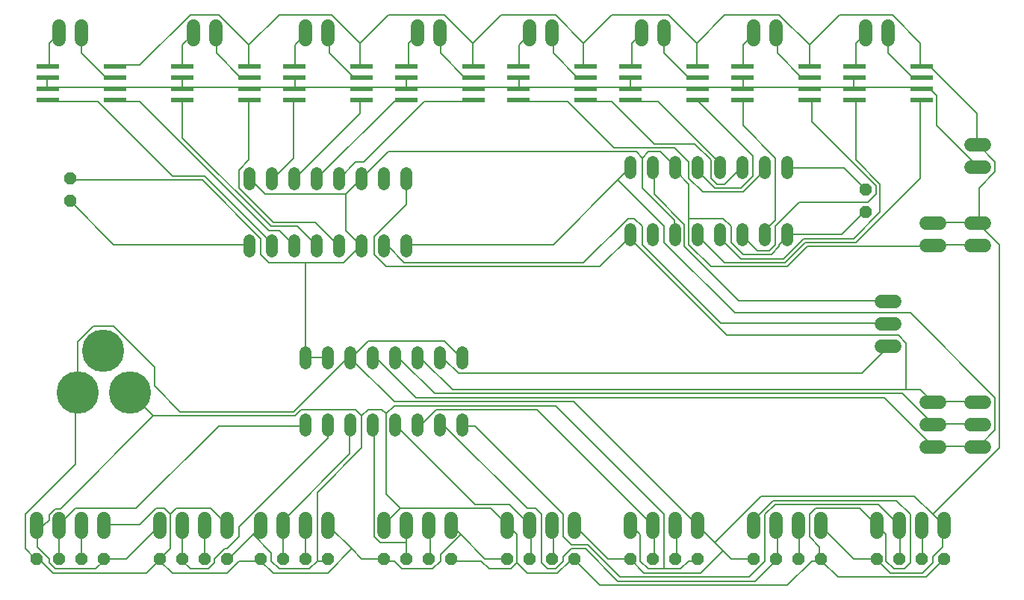
<source format=gbr>
G04 EAGLE Gerber RS-274X export*
G75*
%MOMM*%
%FSLAX34Y34*%
%LPD*%
%INTop Copper*%
%IPPOS*%
%AMOC8*
5,1,8,0,0,1.08239X$1,22.5*%
G01*
%ADD10C,1.524000*%
%ADD11P,1.429621X8X112.500000*%
%ADD12P,1.429621X8X292.500000*%
%ADD13C,1.320800*%
%ADD14P,1.429621X8X22.500000*%
%ADD15R,2.500000X0.500000*%
%ADD16C,4.800000*%
%ADD17C,0.152400*%


D10*
X1137920Y419100D02*
X1122680Y419100D01*
X1122680Y444500D02*
X1137920Y444500D01*
X1137920Y241300D02*
X1122680Y241300D01*
X1122680Y215900D02*
X1137920Y215900D01*
X1137920Y190500D02*
X1122680Y190500D01*
X1087120Y241300D02*
X1071880Y241300D01*
X1071880Y215900D02*
X1087120Y215900D01*
X1087120Y190500D02*
X1071880Y190500D01*
D11*
X1003300Y457200D03*
X1003300Y482600D03*
D12*
X101600Y495300D03*
X101600Y469900D03*
D10*
X1021080Y355600D02*
X1036320Y355600D01*
X1036320Y330200D02*
X1021080Y330200D01*
X1021080Y304800D02*
X1036320Y304800D01*
X1071880Y419100D02*
X1087120Y419100D01*
X1087120Y444500D02*
X1071880Y444500D01*
D13*
X914400Y501396D02*
X914400Y514604D01*
X889000Y514604D02*
X889000Y501396D01*
X812800Y501396D02*
X812800Y514604D01*
X787400Y514604D02*
X787400Y501396D01*
X863600Y501396D02*
X863600Y514604D01*
X838200Y514604D02*
X838200Y501396D01*
X762000Y501396D02*
X762000Y514604D01*
X736600Y514604D02*
X736600Y501396D01*
X736600Y438404D02*
X736600Y425196D01*
X762000Y425196D02*
X762000Y438404D01*
X787400Y438404D02*
X787400Y425196D01*
X812800Y425196D02*
X812800Y438404D01*
X838200Y438404D02*
X838200Y425196D01*
X863600Y425196D02*
X863600Y438404D01*
X889000Y438404D02*
X889000Y425196D01*
X914400Y425196D02*
X914400Y438404D01*
X304800Y425704D02*
X304800Y412496D01*
X330200Y412496D02*
X330200Y425704D01*
X406400Y425704D02*
X406400Y412496D01*
X431800Y412496D02*
X431800Y425704D01*
X355600Y425704D02*
X355600Y412496D01*
X381000Y412496D02*
X381000Y425704D01*
X457200Y425704D02*
X457200Y412496D01*
X482600Y412496D02*
X482600Y425704D01*
X482600Y488696D02*
X482600Y501904D01*
X457200Y501904D02*
X457200Y488696D01*
X431800Y488696D02*
X431800Y501904D01*
X406400Y501904D02*
X406400Y488696D01*
X381000Y488696D02*
X381000Y501904D01*
X355600Y501904D02*
X355600Y488696D01*
X330200Y488696D02*
X330200Y501904D01*
X304800Y501904D02*
X304800Y488696D01*
D10*
X520700Y652780D02*
X520700Y668020D01*
X495300Y668020D02*
X495300Y652780D01*
X393700Y652780D02*
X393700Y668020D01*
X368300Y668020D02*
X368300Y652780D01*
X1028700Y652780D02*
X1028700Y668020D01*
X1003300Y668020D02*
X1003300Y652780D01*
X901700Y652780D02*
X901700Y668020D01*
X876300Y668020D02*
X876300Y652780D01*
X266700Y652780D02*
X266700Y668020D01*
X241300Y668020D02*
X241300Y652780D01*
X114300Y652780D02*
X114300Y668020D01*
X88900Y668020D02*
X88900Y652780D01*
X774700Y652780D02*
X774700Y668020D01*
X749300Y668020D02*
X749300Y652780D01*
X647700Y652780D02*
X647700Y668020D01*
X622300Y668020D02*
X622300Y652780D01*
D13*
X368300Y222504D02*
X368300Y209296D01*
X393700Y209296D02*
X393700Y222504D01*
X469900Y222504D02*
X469900Y209296D01*
X495300Y209296D02*
X495300Y222504D01*
X419100Y222504D02*
X419100Y209296D01*
X444500Y209296D02*
X444500Y222504D01*
X520700Y222504D02*
X520700Y209296D01*
X546100Y209296D02*
X546100Y222504D01*
X546100Y285496D02*
X546100Y298704D01*
X520700Y298704D02*
X520700Y285496D01*
X495300Y285496D02*
X495300Y298704D01*
X469900Y298704D02*
X469900Y285496D01*
X444500Y285496D02*
X444500Y298704D01*
X419100Y298704D02*
X419100Y285496D01*
X393700Y285496D02*
X393700Y298704D01*
X368300Y298704D02*
X368300Y285496D01*
D10*
X1016000Y109220D02*
X1016000Y93980D01*
X1041400Y93980D02*
X1041400Y109220D01*
X876300Y109220D02*
X876300Y93980D01*
X901700Y93980D02*
X901700Y109220D01*
X736600Y109220D02*
X736600Y93980D01*
X762000Y93980D02*
X762000Y109220D01*
X596900Y109220D02*
X596900Y93980D01*
X622300Y93980D02*
X622300Y109220D01*
X457200Y109220D02*
X457200Y93980D01*
X482600Y93980D02*
X482600Y109220D01*
X317500Y109220D02*
X317500Y93980D01*
X342900Y93980D02*
X342900Y109220D01*
X203200Y109220D02*
X203200Y93980D01*
X228600Y93980D02*
X228600Y109220D01*
X63500Y109220D02*
X63500Y93980D01*
X88900Y93980D02*
X88900Y109220D01*
X1092200Y109220D02*
X1092200Y93980D01*
X1066800Y93980D02*
X1066800Y109220D01*
X952500Y109220D02*
X952500Y93980D01*
X927100Y93980D02*
X927100Y109220D01*
X812800Y109220D02*
X812800Y93980D01*
X787400Y93980D02*
X787400Y109220D01*
X673100Y109220D02*
X673100Y93980D01*
X647700Y93980D02*
X647700Y109220D01*
X533400Y109220D02*
X533400Y93980D01*
X508000Y93980D02*
X508000Y109220D01*
X393700Y109220D02*
X393700Y93980D01*
X368300Y93980D02*
X368300Y109220D01*
X279400Y109220D02*
X279400Y93980D01*
X254000Y93980D02*
X254000Y109220D01*
X139700Y109220D02*
X139700Y93980D01*
X114300Y93980D02*
X114300Y109220D01*
D14*
X1016000Y63500D03*
X1041400Y63500D03*
X508000Y63500D03*
X533400Y63500D03*
X317500Y63500D03*
X342900Y63500D03*
X368300Y63500D03*
X393700Y63500D03*
X203200Y63500D03*
X228600Y63500D03*
X254000Y63500D03*
X279400Y63500D03*
X63500Y63500D03*
X88900Y63500D03*
X114300Y63500D03*
X139700Y63500D03*
X1066800Y63500D03*
X1092200Y63500D03*
X876300Y63500D03*
X901700Y63500D03*
X927100Y63500D03*
X952500Y63500D03*
X736600Y63500D03*
X762000Y63500D03*
X787400Y63500D03*
X812800Y63500D03*
X596900Y63500D03*
X622300Y63500D03*
X647700Y63500D03*
X673100Y63500D03*
X457200Y63500D03*
X482600Y63500D03*
D10*
X1122680Y508000D02*
X1137920Y508000D01*
X1137920Y533400D02*
X1122680Y533400D01*
D15*
X482600Y622300D03*
X482600Y609600D03*
X482600Y596900D03*
X482600Y584200D03*
X558700Y622300D03*
X558700Y609600D03*
X558700Y596900D03*
X558700Y584200D03*
X355600Y622300D03*
X355600Y609600D03*
X355600Y596900D03*
X355600Y584200D03*
X431700Y622300D03*
X431700Y609600D03*
X431700Y596900D03*
X431700Y584200D03*
X990600Y622300D03*
X990600Y609600D03*
X990600Y596900D03*
X990600Y584200D03*
X1066700Y622300D03*
X1066700Y609600D03*
X1066700Y596900D03*
X1066700Y584200D03*
X863600Y622300D03*
X863600Y609600D03*
X863600Y596900D03*
X863600Y584200D03*
X939700Y622300D03*
X939700Y609600D03*
X939700Y596900D03*
X939700Y584200D03*
X228600Y622300D03*
X228600Y609600D03*
X228600Y596900D03*
X228600Y584200D03*
X304700Y622300D03*
X304700Y609600D03*
X304700Y596900D03*
X304700Y584200D03*
X76200Y622300D03*
X76200Y609600D03*
X76200Y596900D03*
X76200Y584200D03*
X152300Y622300D03*
X152300Y609600D03*
X152300Y596900D03*
X152300Y584200D03*
X736600Y622300D03*
X736600Y609600D03*
X736600Y596900D03*
X736600Y584200D03*
X812700Y622300D03*
X812700Y609600D03*
X812700Y596900D03*
X812700Y584200D03*
X609600Y622300D03*
X609600Y609600D03*
X609600Y596900D03*
X609600Y584200D03*
X685700Y622300D03*
X685700Y609600D03*
X685700Y596900D03*
X685700Y584200D03*
D16*
X139100Y300000D03*
X169100Y253000D03*
X110100Y253000D03*
D17*
X502920Y582930D02*
X557784Y582930D01*
X502920Y582930D02*
X434340Y514350D01*
X425196Y514350D01*
X406908Y496062D01*
X557784Y582930D02*
X558700Y584200D01*
X406908Y496062D02*
X406400Y495300D01*
X468630Y582930D02*
X482346Y582930D01*
X468630Y582930D02*
X381000Y495300D01*
X482346Y582930D02*
X482600Y584200D01*
X354330Y582930D02*
X354330Y518922D01*
X331470Y496062D01*
X354330Y582930D02*
X355600Y584200D01*
X331470Y496062D02*
X330200Y495300D01*
X1065276Y496062D02*
X1065276Y582930D01*
X1065276Y496062D02*
X992124Y422910D01*
X934974Y422910D01*
X912114Y400050D01*
X843534Y400050D01*
X813816Y429768D01*
X1065276Y582930D02*
X1066700Y584200D01*
X812800Y431800D02*
X813816Y429768D01*
X941832Y560070D02*
X941832Y582930D01*
X941832Y560070D02*
X1014984Y486918D01*
X1014984Y477774D01*
X1005840Y468630D01*
X928116Y468630D01*
X900684Y441198D01*
X900684Y420624D01*
X893826Y413766D01*
X880110Y413766D01*
X864108Y429768D01*
X941832Y582930D02*
X939700Y584200D01*
X863600Y431800D02*
X864108Y429768D01*
X864108Y555498D02*
X864108Y582930D01*
X864108Y555498D02*
X900684Y518922D01*
X900684Y448056D01*
X889254Y436626D01*
X889254Y432054D01*
X864108Y582930D02*
X863600Y584200D01*
X889254Y432054D02*
X889000Y431800D01*
X304038Y516636D02*
X304038Y582930D01*
X304038Y516636D02*
X292608Y505206D01*
X292608Y484632D01*
X331470Y445770D01*
X379476Y445770D01*
X404622Y420624D01*
X304038Y582930D02*
X304700Y584200D01*
X404622Y420624D02*
X406400Y419100D01*
X228600Y541782D02*
X228600Y584200D01*
X228600Y541782D02*
X329184Y441198D01*
X358902Y441198D01*
X381000Y419100D01*
X180594Y582930D02*
X153162Y582930D01*
X180594Y582930D02*
X326898Y436626D01*
X338328Y436626D01*
X354330Y420624D01*
X153162Y582930D02*
X152300Y584200D01*
X354330Y420624D02*
X355600Y419100D01*
X132588Y582930D02*
X77724Y582930D01*
X132588Y582930D02*
X217170Y498348D01*
X253746Y498348D01*
X331470Y420624D01*
X77724Y582930D02*
X76200Y584200D01*
X330200Y419100D02*
X331470Y420624D01*
X738378Y582930D02*
X768096Y582930D01*
X836676Y514350D01*
X836676Y509778D01*
X738378Y582930D02*
X736600Y584200D01*
X836676Y509778D02*
X838200Y508000D01*
X715518Y582930D02*
X685800Y582930D01*
X715518Y582930D02*
X763524Y534924D01*
X809244Y534924D01*
X827532Y516636D01*
X827532Y496062D01*
X834390Y489204D01*
X843534Y489204D01*
X861822Y507492D01*
X685800Y582930D02*
X685700Y584200D01*
X861822Y507492D02*
X863600Y508000D01*
X665226Y582930D02*
X610362Y582930D01*
X665226Y582930D02*
X717804Y530352D01*
X786384Y530352D01*
X802386Y514350D01*
X802386Y496062D01*
X818388Y480060D01*
X864108Y480060D01*
X886968Y502920D01*
X886968Y507492D01*
X610362Y582930D02*
X609600Y584200D01*
X886968Y507492D02*
X889000Y508000D01*
X304038Y420624D02*
X150876Y420624D01*
X101600Y469900D01*
X304038Y420624D02*
X304800Y419100D01*
X914400Y507492D02*
X978408Y507492D01*
X1003300Y482600D01*
X914400Y507492D02*
X914400Y508000D01*
X649224Y420624D02*
X484632Y420624D01*
X722376Y493776D02*
X736600Y508000D01*
X722376Y493776D02*
X649224Y420624D01*
X484632Y420624D02*
X482600Y419100D01*
X450342Y290322D02*
X445770Y290322D01*
X450342Y290322D02*
X493776Y246888D01*
X1024128Y246888D01*
X1078992Y192024D01*
X445770Y290322D02*
X444500Y292100D01*
X1078992Y192024D02*
X1079500Y190500D01*
X1081278Y192024D02*
X1129284Y192024D01*
X1130300Y190500D01*
X1081278Y192024D02*
X1079500Y190500D01*
X774954Y441198D02*
X722376Y493776D01*
X774954Y441198D02*
X774954Y422910D01*
X854964Y342900D01*
X1053846Y342900D01*
X1149858Y246888D01*
X1149858Y210312D01*
X1131570Y192024D01*
X1130300Y190500D01*
X763524Y477774D02*
X763524Y507492D01*
X763524Y477774D02*
X797814Y443484D01*
X797814Y418338D01*
X859536Y356616D01*
X1028700Y356616D01*
X763524Y507492D02*
X762000Y508000D01*
X1028700Y356616D02*
X1028700Y355600D01*
X461772Y418338D02*
X457200Y418338D01*
X461772Y418338D02*
X480060Y400050D01*
X683514Y400050D01*
X733806Y450342D01*
X740664Y450342D01*
X749808Y441198D01*
X749808Y420624D01*
X838962Y331470D01*
X1028700Y331470D01*
X457200Y418338D02*
X457200Y419100D01*
X1028700Y331470D02*
X1028700Y330200D01*
X475488Y290322D02*
X470916Y290322D01*
X475488Y290322D02*
X514350Y251460D01*
X1044702Y251460D01*
X1078992Y217170D01*
X470916Y290322D02*
X469900Y292100D01*
X1078992Y217170D02*
X1079500Y215900D01*
X1081278Y217170D02*
X1129284Y217170D01*
X1130300Y215900D01*
X1081278Y217170D02*
X1079500Y215900D01*
X114300Y101600D02*
X114300Y63500D01*
X253746Y64008D02*
X253746Y100584D01*
X253746Y64008D02*
X254000Y63500D01*
X253746Y100584D02*
X254000Y101600D01*
X368046Y100584D02*
X368046Y64008D01*
X368300Y63500D01*
X368046Y100584D02*
X368300Y101600D01*
X509778Y100584D02*
X509778Y64008D01*
X508000Y63500D01*
X509778Y100584D02*
X508000Y101600D01*
X649224Y100584D02*
X649224Y64008D01*
X647700Y63500D01*
X649224Y100584D02*
X647700Y101600D01*
X788670Y100584D02*
X788670Y64008D01*
X787400Y63500D01*
X788670Y100584D02*
X787400Y101600D01*
X928116Y100584D02*
X928116Y64008D01*
X927100Y63500D01*
X928116Y100584D02*
X927100Y101600D01*
X1067562Y100584D02*
X1067562Y64008D01*
X1066800Y63500D01*
X1067562Y100584D02*
X1066800Y101600D01*
X1042416Y100584D02*
X1042416Y64008D01*
X1041400Y63500D01*
X1042416Y100584D02*
X1041400Y101600D01*
X560070Y214884D02*
X546354Y214884D01*
X560070Y214884D02*
X660654Y114300D01*
X660654Y89154D01*
X669798Y80010D01*
X688086Y80010D01*
X724662Y43434D01*
X870966Y43434D01*
X889254Y61722D01*
X889254Y114300D01*
X900684Y125730D01*
X1017270Y125730D01*
X1041400Y101600D01*
X546354Y214884D02*
X546100Y215900D01*
X525780Y214884D02*
X521208Y214884D01*
X525780Y214884D02*
X619506Y121158D01*
X628650Y121158D01*
X635508Y114300D01*
X635508Y59436D01*
X642366Y52578D01*
X651510Y52578D01*
X660654Y61722D01*
X660654Y66294D01*
X669798Y75438D01*
X685800Y75438D01*
X722376Y38862D01*
X877824Y38862D01*
X900684Y61722D01*
X521208Y214884D02*
X520700Y215900D01*
X900684Y61722D02*
X901700Y63500D01*
X902970Y64008D02*
X902970Y100584D01*
X901700Y101600D01*
X902970Y64008D02*
X901700Y63500D01*
X763524Y64008D02*
X763524Y100584D01*
X763524Y64008D02*
X762000Y63500D01*
X763524Y100584D02*
X762000Y101600D01*
X500634Y217170D02*
X496062Y217170D01*
X500634Y217170D02*
X516636Y233172D01*
X630936Y233172D01*
X761238Y102870D01*
X496062Y217170D02*
X495300Y215900D01*
X761238Y102870D02*
X762000Y101600D01*
X560070Y125730D02*
X469900Y215900D01*
X560070Y125730D02*
X598932Y125730D01*
X621792Y102870D01*
X622300Y101600D01*
X624078Y100584D02*
X624078Y64008D01*
X622300Y63500D01*
X624078Y100584D02*
X622300Y101600D01*
X482346Y100584D02*
X482346Y82296D01*
X482346Y64008D01*
X482600Y63500D01*
X482346Y100584D02*
X482600Y101600D01*
X445770Y89154D02*
X445770Y214884D01*
X445770Y89154D02*
X452628Y82296D01*
X482346Y82296D01*
X445770Y214884D02*
X444500Y215900D01*
X342900Y101600D02*
X342900Y63500D01*
X418338Y182880D02*
X418338Y214884D01*
X418338Y182880D02*
X342900Y107442D01*
X342900Y101600D01*
X418338Y214884D02*
X419100Y215900D01*
X228600Y101600D02*
X228600Y63500D01*
X393192Y201168D02*
X393192Y214884D01*
X393192Y201168D02*
X292608Y100584D01*
X292608Y89154D01*
X278892Y75438D01*
X276606Y75438D01*
X265176Y64008D01*
X265176Y59436D01*
X258318Y52578D01*
X237744Y52578D01*
X228600Y61722D01*
X393192Y214884D02*
X393700Y215900D01*
X228600Y63500D02*
X228600Y61722D01*
X89154Y64008D02*
X89154Y100584D01*
X89154Y64008D02*
X88900Y63500D01*
X89154Y100584D02*
X88900Y101600D01*
X269748Y214884D02*
X368046Y214884D01*
X269748Y214884D02*
X176022Y121158D01*
X107442Y121158D01*
X89154Y102870D01*
X368046Y214884D02*
X368300Y215900D01*
X89154Y102870D02*
X88900Y101600D01*
X141732Y64008D02*
X164592Y64008D01*
X201168Y100584D01*
X141732Y64008D02*
X139700Y63500D01*
X201168Y100584D02*
X203200Y101600D01*
X64008Y100584D02*
X64008Y77724D01*
X77724Y64008D01*
X77724Y59436D01*
X84582Y52578D01*
X130302Y52578D01*
X139446Y61722D01*
X64008Y100584D02*
X63500Y101600D01*
X139700Y63500D02*
X139446Y61722D01*
X64008Y102870D02*
X64008Y112014D01*
X64008Y102870D02*
X63500Y101600D01*
X950976Y77724D02*
X950976Y64008D01*
X950976Y77724D02*
X939546Y89154D01*
X939546Y114300D01*
X946404Y121158D01*
X996696Y121158D01*
X1014984Y102870D01*
X952500Y63500D02*
X950976Y64008D01*
X1014984Y102870D02*
X1016000Y101600D01*
X1072134Y43434D02*
X1092200Y63500D01*
X1072134Y43434D02*
X971550Y43434D01*
X953262Y61722D01*
X952500Y63500D01*
X877824Y102870D02*
X877824Y109728D01*
X898398Y130302D01*
X1037844Y130302D01*
X1053846Y114300D01*
X1053846Y59436D01*
X1046988Y52578D01*
X1035558Y52578D01*
X1026414Y61722D01*
X1026414Y91440D01*
X1017270Y100584D01*
X877824Y102870D02*
X876300Y101600D01*
X1016000Y101600D02*
X1017270Y100584D01*
X317754Y100584D02*
X308610Y91440D01*
X281178Y64008D01*
X279400Y63500D01*
X317754Y100584D02*
X317500Y101600D01*
X381762Y61722D02*
X393192Y61722D01*
X381762Y61722D02*
X372618Y52578D01*
X338328Y52578D01*
X329184Y61722D01*
X329184Y70866D01*
X308610Y91440D01*
X393700Y63500D02*
X393192Y61722D01*
X802386Y61722D02*
X811530Y61722D01*
X802386Y61722D02*
X793242Y52578D01*
X774954Y52578D02*
X756666Y52578D01*
X774954Y52578D02*
X793242Y52578D01*
X756666Y52578D02*
X747522Y61722D01*
X747522Y91440D01*
X738378Y100584D01*
X811530Y61722D02*
X812800Y63500D01*
X738378Y100584D02*
X736600Y101600D01*
X566928Y61722D02*
X534924Y61722D01*
X566928Y61722D02*
X576072Y52578D01*
X601218Y52578D01*
X608076Y59436D01*
X608076Y91440D01*
X598932Y100584D01*
X534924Y61722D02*
X533400Y63500D01*
X596900Y101600D02*
X598932Y100584D01*
X667512Y61722D02*
X672084Y61722D01*
X667512Y61722D02*
X653796Y48006D01*
X619506Y48006D01*
X608076Y59436D01*
X672084Y61722D02*
X673100Y63500D01*
X475488Y121158D02*
X457200Y102870D01*
X475488Y121158D02*
X578358Y121158D01*
X596646Y102870D01*
X457200Y102870D02*
X457200Y101600D01*
X596646Y102870D02*
X596900Y101600D01*
X774954Y114300D02*
X774954Y52578D01*
X774954Y114300D02*
X651510Y237744D01*
X468630Y237744D01*
X459486Y228600D01*
X459486Y137160D01*
X475488Y121158D01*
X381762Y139446D02*
X381762Y61722D01*
X381762Y139446D02*
X432054Y189738D01*
X432054Y226314D01*
X438912Y233172D01*
X454914Y233172D01*
X459486Y228600D01*
X941832Y61722D02*
X950976Y61722D01*
X941832Y61722D02*
X914400Y34290D01*
X701802Y34290D01*
X674370Y61722D01*
X950976Y61722D02*
X952500Y63500D01*
X674370Y61722D02*
X673100Y63500D01*
X363474Y233172D02*
X356616Y226314D01*
X363474Y233172D02*
X425196Y233172D01*
X432054Y226314D01*
X356616Y226314D02*
X195786Y226314D01*
X66386Y102870D02*
X64008Y102870D01*
X195786Y226314D02*
X169100Y253000D01*
X71072Y101600D02*
X63500Y101600D01*
X90122Y120650D02*
X195786Y226314D01*
X90122Y120650D02*
X84166Y120650D01*
X77470Y113955D01*
X77470Y107998D01*
X71072Y101600D01*
X914400Y432054D02*
X976122Y432054D01*
X1001268Y457200D01*
X914400Y432054D02*
X914400Y431800D01*
X1001268Y457200D02*
X1003300Y457200D01*
X1081024Y420624D02*
X1129284Y420624D01*
X1081024Y420624D02*
X1079500Y419100D01*
X1129284Y420624D02*
X1130300Y419100D01*
X786384Y432054D02*
X786384Y448056D01*
X749808Y484632D01*
X749808Y518922D01*
X756666Y525780D01*
X770382Y525780D01*
X786384Y509778D01*
X786384Y432054D02*
X787400Y431800D01*
X787400Y508000D02*
X786384Y509778D01*
X937260Y418338D02*
X1078738Y418338D01*
X937260Y418338D02*
X914400Y395478D01*
X827532Y395478D01*
X802386Y420624D01*
X802386Y450342D02*
X802386Y489204D01*
X802386Y450342D02*
X802386Y420624D01*
X802386Y489204D02*
X788670Y502920D01*
X788670Y507492D01*
X1078738Y418338D02*
X1079500Y419100D01*
X788670Y507492D02*
X787400Y508000D01*
X905256Y420624D02*
X914400Y429768D01*
X905256Y420624D02*
X905256Y418338D01*
X896112Y409194D01*
X864108Y409194D01*
X850392Y422910D01*
X850392Y441198D01*
X841248Y450342D01*
X802386Y450342D01*
X914400Y431800D02*
X914400Y429768D01*
X322326Y477774D02*
X304800Y495300D01*
X322326Y477774D02*
X413766Y477774D01*
X429768Y493776D01*
X431800Y495300D01*
X393192Y292608D02*
X370332Y292608D01*
X368300Y292100D01*
X393192Y292608D02*
X393700Y292100D01*
X251460Y493776D02*
X102870Y493776D01*
X251460Y493776D02*
X317754Y427482D01*
X317754Y409194D01*
X326898Y400050D01*
X368046Y400050D02*
X411480Y400050D01*
X368046Y400050D02*
X326898Y400050D01*
X411480Y400050D02*
X429768Y418338D01*
X102870Y493776D02*
X101600Y495300D01*
X429768Y418338D02*
X431800Y419100D01*
X368046Y400050D02*
X368046Y292608D01*
X368300Y292100D01*
X413766Y436626D02*
X413766Y477774D01*
X413766Y436626D02*
X429768Y420624D01*
X431800Y419100D01*
X742950Y525780D02*
X749808Y518922D01*
X742950Y525780D02*
X461772Y525780D01*
X432054Y496062D01*
X431800Y495300D01*
X521208Y290322D02*
X525780Y290322D01*
X541782Y274320D01*
X998982Y274320D01*
X1028700Y304038D01*
X521208Y290322D02*
X520700Y292100D01*
X1028700Y304038D02*
X1028700Y304800D01*
X484632Y624078D02*
X484632Y649224D01*
X493776Y658368D01*
X484632Y624078D02*
X482600Y622300D01*
X493776Y658368D02*
X495300Y660400D01*
X548640Y610362D02*
X557784Y610362D01*
X548640Y610362D02*
X521208Y637794D01*
X521208Y658368D01*
X557784Y610362D02*
X558700Y609600D01*
X521208Y658368D02*
X520700Y660400D01*
X429768Y610362D02*
X422910Y610362D01*
X395478Y637794D01*
X395478Y658368D01*
X429768Y610362D02*
X431700Y609600D01*
X395478Y658368D02*
X393700Y660400D01*
X356616Y646938D02*
X356616Y624078D01*
X356616Y646938D02*
X368046Y658368D01*
X356616Y624078D02*
X355600Y622300D01*
X368046Y658368D02*
X368300Y660400D01*
X992124Y582930D02*
X992124Y516636D01*
X1019556Y489204D01*
X1019556Y457200D01*
X989838Y427482D01*
X932688Y427482D01*
X909828Y404622D01*
X861822Y404622D01*
X836676Y429768D01*
X990600Y584200D02*
X992124Y582930D01*
X838200Y431800D02*
X836676Y429768D01*
X1056132Y610362D02*
X1065276Y610362D01*
X1056132Y610362D02*
X1028700Y637794D01*
X1028700Y660400D01*
X1065276Y610362D02*
X1066700Y609600D01*
X992124Y624078D02*
X992124Y649224D01*
X1003300Y660400D01*
X992124Y624078D02*
X990600Y622300D01*
X939546Y610362D02*
X930402Y610362D01*
X902970Y637794D01*
X902970Y658368D01*
X939546Y610362D02*
X939700Y609600D01*
X902970Y658368D02*
X901700Y660400D01*
X864108Y646938D02*
X864108Y624078D01*
X864108Y646938D02*
X875538Y658368D01*
X864108Y624078D02*
X863600Y622300D01*
X875538Y658368D02*
X876300Y660400D01*
X482346Y493776D02*
X482346Y466344D01*
X445770Y429768D01*
X445770Y409194D01*
X459486Y395478D01*
X701802Y395478D01*
X736092Y429768D01*
X482346Y493776D02*
X482600Y495300D01*
X736600Y431800D02*
X736092Y429768D01*
X500634Y290322D02*
X496062Y290322D01*
X500634Y290322D02*
X534924Y256032D01*
X1049274Y256032D02*
X1065276Y256032D01*
X1049274Y256032D02*
X534924Y256032D01*
X1065276Y256032D02*
X1078992Y242316D01*
X496062Y290322D02*
X495300Y292100D01*
X1078992Y242316D02*
X1079500Y241300D01*
X1081278Y242316D02*
X1129284Y242316D01*
X1130300Y241300D01*
X1081278Y242316D02*
X1079500Y241300D01*
X738378Y425196D02*
X738378Y429768D01*
X738378Y425196D02*
X845820Y317754D01*
X1040130Y317754D01*
X1049274Y308610D01*
X1049274Y256032D01*
X738378Y429768D02*
X736600Y431800D01*
X457200Y64008D02*
X432054Y64008D01*
X420624Y75438D02*
X395478Y100584D01*
X420624Y75438D02*
X432054Y64008D01*
X457200Y64008D02*
X457200Y63500D01*
X395478Y100584D02*
X393700Y101600D01*
X571500Y64008D02*
X596646Y64008D01*
X544068Y91440D02*
X534924Y100584D01*
X544068Y91440D02*
X571500Y64008D01*
X596646Y64008D02*
X596900Y63500D01*
X534924Y100584D02*
X533400Y101600D01*
X468630Y61722D02*
X457200Y61722D01*
X468630Y61722D02*
X477774Y52578D01*
X512064Y52578D01*
X521208Y61722D01*
X521208Y68580D01*
X544068Y91440D01*
X457200Y63500D02*
X457200Y61722D01*
X420624Y292608D02*
X438912Y310896D01*
X525780Y310896D01*
X544068Y292608D01*
X420624Y292608D02*
X419100Y292100D01*
X544068Y292608D02*
X546100Y292100D01*
X68580Y61722D02*
X64008Y61722D01*
X68580Y61722D02*
X82296Y48006D01*
X187452Y48006D01*
X201168Y61722D01*
X64008Y61722D02*
X63500Y63500D01*
X201168Y61722D02*
X203200Y63500D01*
X292608Y61722D02*
X315468Y61722D01*
X292608Y61722D02*
X278892Y48006D01*
X217170Y48006D01*
X203454Y61722D01*
X315468Y61722D02*
X317500Y63500D01*
X203454Y61722D02*
X203200Y63500D01*
X180594Y102870D02*
X141732Y102870D01*
X180594Y102870D02*
X198882Y121158D01*
X208026Y121158D01*
X214884Y114300D01*
X214884Y75438D01*
X203454Y64008D01*
X141732Y102870D02*
X139700Y101600D01*
X203454Y64008D02*
X203200Y63500D01*
X260604Y121158D02*
X278892Y102870D01*
X260604Y121158D02*
X221742Y121158D01*
X214884Y114300D01*
X278892Y102870D02*
X279400Y101600D01*
X107442Y171450D02*
X50292Y114300D01*
X50292Y75438D01*
X61722Y64008D01*
X63500Y63500D01*
X413766Y290322D02*
X418338Y290322D01*
X413766Y290322D02*
X354330Y230886D01*
X418338Y290322D02*
X419100Y292100D01*
X420624Y75438D02*
X393192Y48006D01*
X331470Y48006D01*
X317754Y61722D01*
X317500Y63500D01*
X989838Y64008D02*
X1014984Y64008D01*
X989838Y64008D02*
X953262Y100584D01*
X1014984Y64008D02*
X1016000Y63500D01*
X953262Y100584D02*
X952500Y101600D01*
X1090422Y100584D02*
X1090422Y77724D01*
X1078992Y66294D01*
X1078992Y59436D01*
X1067562Y48006D01*
X1030986Y48006D01*
X1017270Y61722D01*
X1090422Y100584D02*
X1092200Y101600D01*
X1017270Y61722D02*
X1016000Y63500D01*
X736092Y64008D02*
X710946Y64008D01*
X674370Y100584D01*
X736092Y64008D02*
X736600Y63500D01*
X674370Y100584D02*
X673100Y101600D01*
X850392Y64008D02*
X875538Y64008D01*
X832104Y82296D02*
X812800Y101600D01*
X832104Y82296D02*
X841248Y73152D01*
X850392Y64008D01*
X875538Y64008D02*
X876300Y63500D01*
X752094Y48006D02*
X736600Y63500D01*
X752094Y48006D02*
X816102Y48006D01*
X841248Y73152D01*
X1058418Y134874D02*
X1078992Y114300D01*
X1090422Y102870D01*
X1058418Y134874D02*
X884682Y134874D01*
X832104Y82296D01*
X1090422Y102870D02*
X1092200Y101600D01*
X1081024Y445770D02*
X1129284Y445770D01*
X1081024Y445770D02*
X1079500Y444500D01*
X1129284Y445770D02*
X1130300Y444500D01*
X1076706Y621792D02*
X1067562Y621792D01*
X1076706Y621792D02*
X1129284Y569214D01*
X1129284Y534924D01*
X1067562Y621792D02*
X1066700Y622300D01*
X1129284Y534924D02*
X1130300Y533400D01*
X1131570Y484632D02*
X1131570Y445770D01*
X1131570Y484632D02*
X1149858Y502920D01*
X1149858Y514350D01*
X1131570Y532638D01*
X1131570Y445770D02*
X1130300Y444500D01*
X1131570Y532638D02*
X1130300Y533400D01*
X180594Y624078D02*
X153162Y624078D01*
X180594Y624078D02*
X237744Y681228D01*
X269748Y681228D01*
X304038Y646938D01*
X304038Y624078D01*
X153162Y624078D02*
X152300Y622300D01*
X304038Y624078D02*
X304700Y622300D01*
X429768Y624078D02*
X429768Y649224D01*
X397764Y681228D01*
X338328Y681228D01*
X304038Y646938D01*
X429768Y624078D02*
X431700Y622300D01*
X557784Y624078D02*
X557784Y649224D01*
X525780Y681228D01*
X461772Y681228D01*
X429768Y649224D01*
X557784Y624078D02*
X558700Y622300D01*
X683514Y624078D02*
X683514Y649224D01*
X651510Y681228D01*
X589788Y681228D01*
X557784Y649224D01*
X683514Y624078D02*
X685700Y622300D01*
X811530Y624078D02*
X811530Y649224D01*
X779526Y681228D01*
X715518Y681228D01*
X683514Y649224D01*
X811530Y624078D02*
X812700Y622300D01*
X939546Y624078D02*
X939546Y646938D01*
X905256Y681228D01*
X843534Y681228D01*
X811530Y649224D01*
X939546Y624078D02*
X939700Y622300D01*
X1065276Y624078D02*
X1065276Y649224D01*
X1033272Y681228D01*
X973836Y681228D01*
X939546Y646938D01*
X1065276Y624078D02*
X1066700Y622300D01*
X1154430Y189738D02*
X1078992Y114300D01*
X1154430Y189738D02*
X1154430Y420624D01*
X1131570Y443484D01*
X1130300Y444500D01*
X468630Y242316D02*
X420624Y290322D01*
X468630Y242316D02*
X672084Y242316D01*
X812800Y101600D01*
X420624Y290322D02*
X419100Y292100D01*
X128971Y253000D02*
X128485Y252515D01*
X127581Y251610D01*
X226314Y230886D02*
X354330Y230886D01*
X226314Y230886D02*
X196910Y260290D01*
X196910Y281519D01*
X150619Y327810D01*
X127581Y327810D02*
X110100Y310329D01*
X110100Y253000D01*
X127581Y327810D02*
X150619Y327810D01*
X110100Y253000D02*
X107442Y250342D01*
X107442Y171450D01*
X110100Y253000D02*
X128000Y253000D01*
X128485Y252515D01*
X941832Y598932D02*
X989838Y598932D01*
X941832Y598932D02*
X939700Y596900D01*
X989838Y598932D02*
X989838Y608076D01*
X990600Y609600D01*
X989838Y598932D02*
X990600Y596900D01*
X992124Y598932D02*
X1065276Y598932D01*
X1066700Y596900D01*
X992124Y598932D02*
X990600Y596900D01*
X1083564Y555498D02*
X1129284Y509778D01*
X1083564Y555498D02*
X1083564Y589788D01*
X1076706Y596646D01*
X1067562Y596646D01*
X1129284Y509778D02*
X1130300Y508000D01*
X1067562Y596646D02*
X1066700Y596900D01*
X228600Y598932D02*
X228600Y609600D01*
X75438Y608076D02*
X75438Y598932D01*
X76200Y596900D01*
X75438Y608076D02*
X76200Y609600D01*
X77724Y598932D02*
X150876Y598932D01*
X152300Y596900D01*
X77724Y598932D02*
X76200Y596900D01*
X153162Y598932D02*
X228600Y598932D01*
X153162Y598932D02*
X152300Y596900D01*
X813816Y598932D02*
X861822Y598932D01*
X813816Y598932D02*
X812700Y596900D01*
X861822Y598932D02*
X863600Y596900D01*
X864108Y598932D02*
X864108Y608076D01*
X863600Y609600D01*
X736092Y598932D02*
X685800Y598932D01*
X685700Y596900D01*
X736092Y598932D02*
X736092Y608076D01*
X736600Y609600D01*
X736092Y598932D02*
X736600Y596900D01*
X608076Y598932D02*
X560070Y598932D01*
X558700Y596900D01*
X608076Y598932D02*
X609600Y596900D01*
X610362Y598932D02*
X610362Y608076D01*
X609600Y609600D01*
X354330Y598932D02*
X306324Y598932D01*
X304700Y596900D01*
X354330Y598932D02*
X355600Y596900D01*
X356616Y598932D02*
X356616Y608076D01*
X355600Y609600D01*
X432054Y598932D02*
X482346Y598932D01*
X432054Y598932D02*
X431700Y596900D01*
X482346Y598932D02*
X482346Y608076D01*
X482600Y609600D01*
X482346Y598932D02*
X482600Y596900D01*
X429768Y598932D02*
X356616Y598932D01*
X355600Y596900D01*
X429768Y598932D02*
X431700Y596900D01*
X484632Y598932D02*
X557784Y598932D01*
X558700Y596900D01*
X484632Y598932D02*
X482600Y596900D01*
X610362Y598932D02*
X683514Y598932D01*
X685700Y596900D01*
X610362Y598932D02*
X609600Y596900D01*
X738378Y598932D02*
X811530Y598932D01*
X812700Y596900D01*
X738378Y598932D02*
X736600Y596900D01*
X304038Y598932D02*
X228600Y598932D01*
X228600Y596900D01*
X304038Y598932D02*
X304700Y596900D01*
X864108Y598932D02*
X939546Y598932D01*
X939700Y596900D01*
X864108Y598932D02*
X863600Y596900D01*
X304038Y610362D02*
X294894Y610362D01*
X267462Y637794D01*
X267462Y658368D01*
X304038Y610362D02*
X304700Y609600D01*
X267462Y658368D02*
X266700Y660400D01*
X228600Y646938D02*
X228600Y622300D01*
X228600Y646938D02*
X240030Y658368D01*
X241300Y660400D01*
X150876Y610362D02*
X141732Y610362D01*
X114300Y637794D01*
X114300Y660400D01*
X150876Y610362D02*
X152300Y609600D01*
X77724Y624078D02*
X77724Y649224D01*
X88900Y660400D01*
X77724Y624078D02*
X76200Y622300D01*
X813816Y582930D02*
X875538Y521208D01*
X875538Y498348D01*
X861822Y484632D01*
X832104Y484632D01*
X813816Y502920D01*
X813816Y507492D01*
X813816Y582930D02*
X812700Y584200D01*
X812800Y508000D02*
X813816Y507492D01*
X610362Y624078D02*
X610362Y646938D01*
X621792Y658368D01*
X610362Y624078D02*
X609600Y622300D01*
X621792Y658368D02*
X622300Y660400D01*
X676656Y610362D02*
X683514Y610362D01*
X676656Y610362D02*
X649224Y637794D01*
X649224Y658368D01*
X683514Y610362D02*
X685700Y609600D01*
X649224Y658368D02*
X647700Y660400D01*
X738378Y649224D02*
X738378Y624078D01*
X738378Y649224D02*
X747522Y658368D01*
X738378Y624078D02*
X736600Y622300D01*
X747522Y658368D02*
X749300Y660400D01*
X802386Y610362D02*
X811530Y610362D01*
X802386Y610362D02*
X774954Y637794D01*
X774954Y658368D01*
X811530Y610362D02*
X812700Y609600D01*
X774954Y658368D02*
X774700Y660400D01*
X429768Y582930D02*
X429768Y569214D01*
X356616Y496062D01*
X429768Y582930D02*
X431700Y584200D01*
X356616Y496062D02*
X355600Y495300D01*
M02*

</source>
